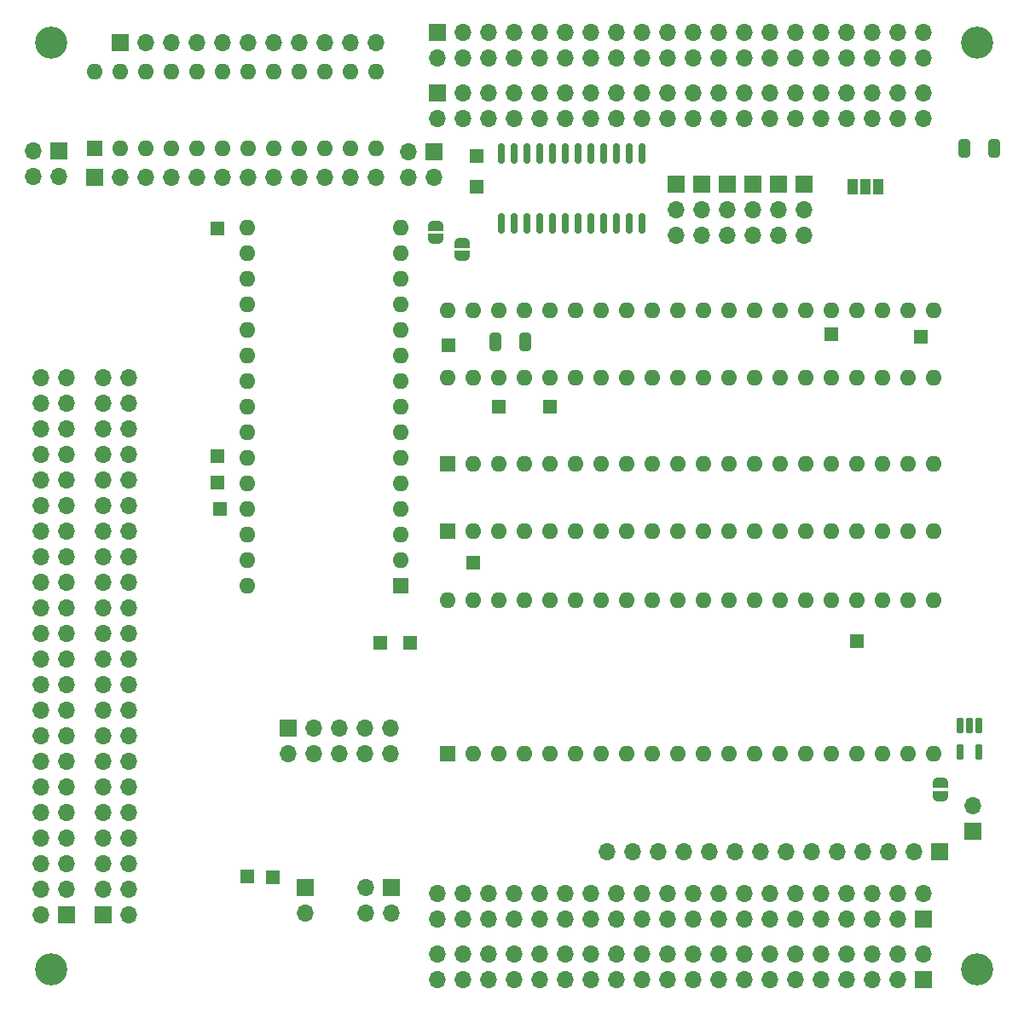
<source format=gbr>
%TF.GenerationSoftware,KiCad,Pcbnew,8.0.5-8.0.5-0~ubuntu22.04.1*%
%TF.CreationDate,2024-10-05T20:14:47+02:00*%
%TF.ProjectId,MP_Board,4d505f42-6f61-4726-942e-6b696361645f,rev?*%
%TF.SameCoordinates,Original*%
%TF.FileFunction,Soldermask,Top*%
%TF.FilePolarity,Negative*%
%FSLAX46Y46*%
G04 Gerber Fmt 4.6, Leading zero omitted, Abs format (unit mm)*
G04 Created by KiCad (PCBNEW 8.0.5-8.0.5-0~ubuntu22.04.1) date 2024-10-05 20:14:47*
%MOMM*%
%LPD*%
G01*
G04 APERTURE LIST*
G04 Aperture macros list*
%AMRoundRect*
0 Rectangle with rounded corners*
0 $1 Rounding radius*
0 $2 $3 $4 $5 $6 $7 $8 $9 X,Y pos of 4 corners*
0 Add a 4 corners polygon primitive as box body*
4,1,4,$2,$3,$4,$5,$6,$7,$8,$9,$2,$3,0*
0 Add four circle primitives for the rounded corners*
1,1,$1+$1,$2,$3*
1,1,$1+$1,$4,$5*
1,1,$1+$1,$6,$7*
1,1,$1+$1,$8,$9*
0 Add four rect primitives between the rounded corners*
20,1,$1+$1,$2,$3,$4,$5,0*
20,1,$1+$1,$4,$5,$6,$7,0*
20,1,$1+$1,$6,$7,$8,$9,0*
20,1,$1+$1,$8,$9,$2,$3,0*%
%AMFreePoly0*
4,1,19,0.500000,-0.750000,0.000000,-0.750000,0.000000,-0.744911,-0.071157,-0.744911,-0.207708,-0.704816,-0.327430,-0.627875,-0.420627,-0.520320,-0.479746,-0.390866,-0.500000,-0.250000,-0.500000,0.250000,-0.479746,0.390866,-0.420627,0.520320,-0.327430,0.627875,-0.207708,0.704816,-0.071157,0.744911,0.000000,0.744911,0.000000,0.750000,0.500000,0.750000,0.500000,-0.750000,0.500000,-0.750000,
$1*%
%AMFreePoly1*
4,1,19,0.000000,0.744911,0.071157,0.744911,0.207708,0.704816,0.327430,0.627875,0.420627,0.520320,0.479746,0.390866,0.500000,0.250000,0.500000,-0.250000,0.479746,-0.390866,0.420627,-0.520320,0.327430,-0.627875,0.207708,-0.704816,0.071157,-0.744911,0.000000,-0.744911,0.000000,-0.750000,-0.500000,-0.750000,-0.500000,0.750000,0.000000,0.750000,0.000000,0.744911,0.000000,0.744911,
$1*%
G04 Aperture macros list end*
%ADD10R,1.700000X1.700000*%
%ADD11O,1.700000X1.700000*%
%ADD12R,1.600000X1.600000*%
%ADD13O,1.600000X1.600000*%
%ADD14R,1.350000X1.350000*%
%ADD15RoundRect,0.250000X-0.325000X-0.650000X0.325000X-0.650000X0.325000X0.650000X-0.325000X0.650000X0*%
%ADD16RoundRect,0.162500X-0.162500X0.617500X-0.162500X-0.617500X0.162500X-0.617500X0.162500X0.617500X0*%
%ADD17FreePoly0,270.000000*%
%ADD18FreePoly1,270.000000*%
%ADD19FreePoly0,90.000000*%
%ADD20FreePoly1,90.000000*%
%ADD21C,3.200000*%
%ADD22R,1.000000X1.500000*%
%ADD23RoundRect,0.150000X0.150000X-0.837500X0.150000X0.837500X-0.150000X0.837500X-0.150000X-0.837500X0*%
%ADD24RoundRect,0.250000X0.325000X0.650000X-0.325000X0.650000X-0.325000X-0.650000X0.325000X-0.650000X0*%
G04 APERTURE END LIST*
D10*
%TO.C,J27*%
X87757000Y-137922000D03*
D11*
X85217000Y-137922000D03*
X87757000Y-140462000D03*
X85217000Y-140462000D03*
%TD*%
D10*
%TO.C,J30*%
X54750000Y-64760000D03*
D11*
X52210000Y-64760000D03*
X54750000Y-67300000D03*
X52210000Y-67300000D03*
%TD*%
D12*
%TO.C,U7*%
X93370400Y-124612400D03*
D13*
X95910400Y-124612400D03*
X98450400Y-124612400D03*
X100990400Y-124612400D03*
X103530400Y-124612400D03*
X106070400Y-124612400D03*
X108610400Y-124612400D03*
X111150400Y-124612400D03*
X113690400Y-124612400D03*
X116230400Y-124612400D03*
X118770400Y-124612400D03*
X121310400Y-124612400D03*
X123850400Y-124612400D03*
X126390400Y-124612400D03*
X128930400Y-124612400D03*
X131470400Y-124612400D03*
X134010400Y-124612400D03*
X136550400Y-124612400D03*
X139090400Y-124612400D03*
X141630400Y-124612400D03*
X141630400Y-109372400D03*
X139090400Y-109372400D03*
X136550400Y-109372400D03*
X134010400Y-109372400D03*
X131470400Y-109372400D03*
X128930400Y-109372400D03*
X126390400Y-109372400D03*
X123850400Y-109372400D03*
X121310400Y-109372400D03*
X118770400Y-109372400D03*
X116230400Y-109372400D03*
X113690400Y-109372400D03*
X111150400Y-109372400D03*
X108610400Y-109372400D03*
X106070400Y-109372400D03*
X103530400Y-109372400D03*
X100990400Y-109372400D03*
X98450400Y-109372400D03*
X95910400Y-109372400D03*
X93370400Y-109372400D03*
%TD*%
D10*
%TO.C,JP5*%
X126238000Y-68072000D03*
D11*
X126238000Y-70612000D03*
X126238000Y-73152000D03*
%TD*%
D14*
%TO.C,J18*%
X73456800Y-136804400D03*
%TD*%
D10*
%TO.C,J36*%
X60850000Y-53950000D03*
D11*
X63390000Y-53950000D03*
X65930000Y-53950000D03*
X68470000Y-53950000D03*
X71010000Y-53950000D03*
X73550000Y-53950000D03*
X76090000Y-53950000D03*
X78630000Y-53950000D03*
X81170000Y-53950000D03*
X83710000Y-53950000D03*
X86250000Y-53950000D03*
%TD*%
D14*
%TO.C,J10*%
X98425000Y-90170000D03*
%TD*%
%TO.C,J23*%
X70750000Y-100275000D03*
%TD*%
D10*
%TO.C,J1*%
X92367000Y-53000000D03*
D11*
X92367000Y-55540000D03*
X94907000Y-53000000D03*
X94907000Y-55540000D03*
X97447000Y-53000000D03*
X97447000Y-55540000D03*
X99987000Y-53000000D03*
X99987000Y-55540000D03*
X102527000Y-53000000D03*
X102527000Y-55540000D03*
X105067000Y-53000000D03*
X105067000Y-55540000D03*
X107607000Y-53000000D03*
X107607000Y-55540000D03*
X110147000Y-53000000D03*
X110147000Y-55540000D03*
X112687000Y-53000000D03*
X112687000Y-55540000D03*
X115227000Y-53000000D03*
X115227000Y-55540000D03*
X117767000Y-53000000D03*
X117767000Y-55540000D03*
X120307000Y-53000000D03*
X120307000Y-55540000D03*
X122847000Y-53000000D03*
X122847000Y-55540000D03*
X125387000Y-53000000D03*
X125387000Y-55540000D03*
X127927000Y-53000000D03*
X127927000Y-55540000D03*
X130467000Y-53000000D03*
X130467000Y-55540000D03*
X133007000Y-53000000D03*
X133007000Y-55540000D03*
X135547000Y-53000000D03*
X135547000Y-55540000D03*
X138087000Y-53000000D03*
X138087000Y-55540000D03*
X140627000Y-53000000D03*
X140627000Y-55540000D03*
%TD*%
D10*
%TO.C,JP4*%
X123698000Y-68072000D03*
D11*
X123698000Y-70612000D03*
X123698000Y-73152000D03*
%TD*%
D14*
%TO.C,J13*%
X103505000Y-90170000D03*
%TD*%
%TO.C,J11*%
X95885000Y-105664000D03*
%TD*%
%TO.C,J20*%
X86725000Y-113550000D03*
%TD*%
D15*
%TO.C,C3*%
X144725000Y-64500000D03*
X147675000Y-64500000D03*
%TD*%
D16*
%TO.C,U5*%
X146172000Y-121760000D03*
X145222000Y-121760000D03*
X144272000Y-121760000D03*
X144272000Y-124460000D03*
X146172000Y-124460000D03*
%TD*%
D17*
%TO.C,JP8*%
X94850000Y-73875000D03*
D18*
X94850000Y-75175000D03*
%TD*%
D10*
%TO.C,J4*%
X140627000Y-141000000D03*
D11*
X140627000Y-138460000D03*
X138087000Y-141000000D03*
X138087000Y-138460000D03*
X135547000Y-141000000D03*
X135547000Y-138460000D03*
X133007000Y-141000000D03*
X133007000Y-138460000D03*
X130467000Y-141000000D03*
X130467000Y-138460000D03*
X127927000Y-141000000D03*
X127927000Y-138460000D03*
X125387000Y-141000000D03*
X125387000Y-138460000D03*
X122847000Y-141000000D03*
X122847000Y-138460000D03*
X120307000Y-141000000D03*
X120307000Y-138460000D03*
X117767000Y-141000000D03*
X117767000Y-138460000D03*
X115227000Y-141000000D03*
X115227000Y-138460000D03*
X112687000Y-141000000D03*
X112687000Y-138460000D03*
X110147000Y-141000000D03*
X110147000Y-138460000D03*
X107607000Y-141000000D03*
X107607000Y-138460000D03*
X105067000Y-141000000D03*
X105067000Y-138460000D03*
X102527000Y-141000000D03*
X102527000Y-138460000D03*
X99987000Y-141000000D03*
X99987000Y-138460000D03*
X97447000Y-141000000D03*
X97447000Y-138460000D03*
X94907000Y-141000000D03*
X94907000Y-138460000D03*
X92367000Y-141000000D03*
X92367000Y-138460000D03*
%TD*%
D10*
%TO.C,J31*%
X92040000Y-64850000D03*
D11*
X89500000Y-64850000D03*
X92040000Y-67390000D03*
X89500000Y-67390000D03*
%TD*%
D14*
%TO.C,J22*%
X70525000Y-72450000D03*
%TD*%
D19*
%TO.C,JP12*%
X142341600Y-128808000D03*
D20*
X142341600Y-127508000D03*
%TD*%
D10*
%TO.C,J29*%
X58360000Y-67325000D03*
D11*
X60900000Y-67325000D03*
X63440000Y-67325000D03*
X65980000Y-67325000D03*
X68520000Y-67325000D03*
X71060000Y-67325000D03*
X73600000Y-67325000D03*
X76140000Y-67325000D03*
X78680000Y-67325000D03*
X81220000Y-67325000D03*
X83760000Y-67325000D03*
X86300000Y-67325000D03*
%TD*%
D10*
%TO.C,JP1*%
X116078000Y-68072000D03*
D11*
X116078000Y-70612000D03*
X116078000Y-73152000D03*
%TD*%
D14*
%TO.C,J7*%
X96266000Y-65278000D03*
%TD*%
D10*
%TO.C,J19*%
X59182000Y-140614400D03*
D11*
X61722000Y-140614400D03*
X59182000Y-138074400D03*
X61722000Y-138074400D03*
X59182000Y-135534400D03*
X61722000Y-135534400D03*
X59182000Y-132994400D03*
X61722000Y-132994400D03*
X59182000Y-130454400D03*
X61722000Y-130454400D03*
X59182000Y-127914400D03*
X61722000Y-127914400D03*
X59182000Y-125374400D03*
X61722000Y-125374400D03*
X59182000Y-122834400D03*
X61722000Y-122834400D03*
X59182000Y-120294400D03*
X61722000Y-120294400D03*
X59182000Y-117754400D03*
X61722000Y-117754400D03*
X59182000Y-115214400D03*
X61722000Y-115214400D03*
X59182000Y-112674400D03*
X61722000Y-112674400D03*
X59182000Y-110134400D03*
X61722000Y-110134400D03*
X59182000Y-107594400D03*
X61722000Y-107594400D03*
X59182000Y-105054400D03*
X61722000Y-105054400D03*
X59182000Y-102514400D03*
X61722000Y-102514400D03*
X59182000Y-99974400D03*
X61722000Y-99974400D03*
X59182000Y-97434400D03*
X61722000Y-97434400D03*
X59182000Y-94894400D03*
X61722000Y-94894400D03*
X59182000Y-92354400D03*
X61722000Y-92354400D03*
X59182000Y-89814400D03*
X61722000Y-89814400D03*
X59182000Y-87274400D03*
X61722000Y-87274400D03*
%TD*%
D14*
%TO.C,J17*%
X75996800Y-136855200D03*
%TD*%
%TO.C,J12*%
X93472000Y-84074000D03*
%TD*%
D12*
%TO.C,U6*%
X93380000Y-102454000D03*
D13*
X95920000Y-102454000D03*
X98460000Y-102454000D03*
X101000000Y-102454000D03*
X103540000Y-102454000D03*
X106080000Y-102454000D03*
X108620000Y-102454000D03*
X111160000Y-102454000D03*
X113700000Y-102454000D03*
X116240000Y-102454000D03*
X118780000Y-102454000D03*
X121320000Y-102454000D03*
X123860000Y-102454000D03*
X126400000Y-102454000D03*
X128940000Y-102454000D03*
X131480000Y-102454000D03*
X134020000Y-102454000D03*
X136560000Y-102454000D03*
X139100000Y-102454000D03*
X141640000Y-102454000D03*
X141640000Y-87214000D03*
X139100000Y-87214000D03*
X136560000Y-87214000D03*
X134020000Y-87214000D03*
X131480000Y-87214000D03*
X128940000Y-87214000D03*
X126400000Y-87214000D03*
X123860000Y-87214000D03*
X121320000Y-87214000D03*
X118780000Y-87214000D03*
X116240000Y-87214000D03*
X113700000Y-87214000D03*
X111160000Y-87214000D03*
X108620000Y-87214000D03*
X106080000Y-87214000D03*
X103540000Y-87214000D03*
X101000000Y-87214000D03*
X98460000Y-87214000D03*
X95920000Y-87214000D03*
X93380000Y-87214000D03*
%TD*%
D10*
%TO.C,J26*%
X145517000Y-132314000D03*
D11*
X145517000Y-129774000D03*
%TD*%
D10*
%TO.C,J2*%
X140627000Y-147000000D03*
D11*
X140627000Y-144460000D03*
X138087000Y-147000000D03*
X138087000Y-144460000D03*
X135547000Y-147000000D03*
X135547000Y-144460000D03*
X133007000Y-147000000D03*
X133007000Y-144460000D03*
X130467000Y-147000000D03*
X130467000Y-144460000D03*
X127927000Y-147000000D03*
X127927000Y-144460000D03*
X125387000Y-147000000D03*
X125387000Y-144460000D03*
X122847000Y-147000000D03*
X122847000Y-144460000D03*
X120307000Y-147000000D03*
X120307000Y-144460000D03*
X117767000Y-147000000D03*
X117767000Y-144460000D03*
X115227000Y-147000000D03*
X115227000Y-144460000D03*
X112687000Y-147000000D03*
X112687000Y-144460000D03*
X110147000Y-147000000D03*
X110147000Y-144460000D03*
X107607000Y-147000000D03*
X107607000Y-144460000D03*
X105067000Y-147000000D03*
X105067000Y-144460000D03*
X102527000Y-147000000D03*
X102527000Y-144460000D03*
X99987000Y-147000000D03*
X99987000Y-144460000D03*
X97447000Y-147000000D03*
X97447000Y-144460000D03*
X94907000Y-147000000D03*
X94907000Y-144460000D03*
X92367000Y-147000000D03*
X92367000Y-144460000D03*
%TD*%
D10*
%TO.C,J14*%
X55540000Y-140627000D03*
D11*
X53000000Y-140627000D03*
X55540000Y-138087000D03*
X53000000Y-138087000D03*
X55540000Y-135547000D03*
X53000000Y-135547000D03*
X55540000Y-133007000D03*
X53000000Y-133007000D03*
X55540000Y-130467000D03*
X53000000Y-130467000D03*
X55540000Y-127927000D03*
X53000000Y-127927000D03*
X55540000Y-125387000D03*
X53000000Y-125387000D03*
X55540000Y-122847000D03*
X53000000Y-122847000D03*
X55540000Y-120307000D03*
X53000000Y-120307000D03*
X55540000Y-117767000D03*
X53000000Y-117767000D03*
X55540000Y-115227000D03*
X53000000Y-115227000D03*
X55540000Y-112687000D03*
X53000000Y-112687000D03*
X55540000Y-110147000D03*
X53000000Y-110147000D03*
X55540000Y-107607000D03*
X53000000Y-107607000D03*
X55540000Y-105067000D03*
X53000000Y-105067000D03*
X55540000Y-102527000D03*
X53000000Y-102527000D03*
X55540000Y-99987000D03*
X53000000Y-99987000D03*
X55540000Y-97447000D03*
X53000000Y-97447000D03*
X55540000Y-94907000D03*
X53000000Y-94907000D03*
X55540000Y-92367000D03*
X53000000Y-92367000D03*
X55540000Y-89827000D03*
X53000000Y-89827000D03*
X55540000Y-87287000D03*
X53000000Y-87287000D03*
%TD*%
D14*
%TO.C,J25*%
X70550000Y-97625000D03*
%TD*%
D10*
%TO.C,J16*%
X77580000Y-122085000D03*
D11*
X77580000Y-124625000D03*
X80120000Y-122085000D03*
X80120000Y-124625000D03*
X82660000Y-122085000D03*
X82660000Y-124625000D03*
X85200000Y-122085000D03*
X85200000Y-124625000D03*
X87740000Y-122085000D03*
X87740000Y-124625000D03*
%TD*%
D21*
%TO.C,H3*%
X146000000Y-54000000D03*
%TD*%
D14*
%TO.C,J6*%
X96266000Y-68326000D03*
%TD*%
D22*
%TO.C,JP10*%
X136174000Y-68326000D03*
X134874000Y-68326000D03*
X133574000Y-68326000D03*
%TD*%
D10*
%TO.C,J28*%
X79248000Y-137922000D03*
D11*
X79248000Y-140462000D03*
%TD*%
D10*
%TO.C,J5*%
X142240000Y-134366000D03*
D11*
X139700000Y-134366000D03*
X137160000Y-134366000D03*
X134620000Y-134366000D03*
X132080000Y-134366000D03*
X129540000Y-134366000D03*
X127000000Y-134366000D03*
X124460000Y-134366000D03*
X121920000Y-134366000D03*
X119380000Y-134366000D03*
X116840000Y-134366000D03*
X114300000Y-134366000D03*
X111760000Y-134366000D03*
X109220000Y-134366000D03*
%TD*%
D10*
%TO.C,JP6*%
X128778000Y-68072000D03*
D11*
X128778000Y-70612000D03*
X128778000Y-73152000D03*
%TD*%
D12*
%TO.C,J35*%
X58355000Y-64475000D03*
D13*
X60895000Y-64475000D03*
X63435000Y-64475000D03*
X65975000Y-64475000D03*
X68515000Y-64475000D03*
X71055000Y-64475000D03*
X73595000Y-64475000D03*
X76135000Y-64475000D03*
X78675000Y-64475000D03*
X81215000Y-64475000D03*
X83755000Y-64475000D03*
X86295000Y-64475000D03*
X86295000Y-56855000D03*
X83755000Y-56855000D03*
X81215000Y-56855000D03*
X78675000Y-56855000D03*
X76135000Y-56855000D03*
X73595000Y-56855000D03*
X71055000Y-56855000D03*
X68515000Y-56855000D03*
X65975000Y-56855000D03*
X63435000Y-56855000D03*
X60895000Y-56855000D03*
X58355000Y-56855000D03*
%TD*%
D12*
%TO.C,A1*%
X88725000Y-107950000D03*
D13*
X88725000Y-105410000D03*
X88725000Y-102870000D03*
X88725000Y-100330000D03*
X88725000Y-97790000D03*
X88725000Y-95250000D03*
X88725000Y-92710000D03*
X88725000Y-90170000D03*
X88725000Y-87630000D03*
X88725000Y-85090000D03*
X88725000Y-82550000D03*
X88725000Y-80010000D03*
X88725000Y-77470000D03*
X88725000Y-74930000D03*
X88725000Y-72390000D03*
X73485000Y-72390000D03*
X73485000Y-74930000D03*
X73485000Y-77470000D03*
X73485000Y-80010000D03*
X73485000Y-82550000D03*
X73485000Y-85090000D03*
X73485000Y-87630000D03*
X73485000Y-90170000D03*
X73485000Y-92710000D03*
X73485000Y-95250000D03*
X73485000Y-97790000D03*
X73485000Y-100330000D03*
X73485000Y-102870000D03*
X73485000Y-105410000D03*
X73485000Y-107950000D03*
%TD*%
D10*
%TO.C,J3*%
X92367000Y-59000000D03*
D11*
X92367000Y-61540000D03*
X94907000Y-59000000D03*
X94907000Y-61540000D03*
X97447000Y-59000000D03*
X97447000Y-61540000D03*
X99987000Y-59000000D03*
X99987000Y-61540000D03*
X102527000Y-59000000D03*
X102527000Y-61540000D03*
X105067000Y-59000000D03*
X105067000Y-61540000D03*
X107607000Y-59000000D03*
X107607000Y-61540000D03*
X110147000Y-59000000D03*
X110147000Y-61540000D03*
X112687000Y-59000000D03*
X112687000Y-61540000D03*
X115227000Y-59000000D03*
X115227000Y-61540000D03*
X117767000Y-59000000D03*
X117767000Y-61540000D03*
X120307000Y-59000000D03*
X120307000Y-61540000D03*
X122847000Y-59000000D03*
X122847000Y-61540000D03*
X125387000Y-59000000D03*
X125387000Y-61540000D03*
X127927000Y-59000000D03*
X127927000Y-61540000D03*
X130467000Y-59000000D03*
X130467000Y-61540000D03*
X133007000Y-59000000D03*
X133007000Y-61540000D03*
X135547000Y-59000000D03*
X135547000Y-61540000D03*
X138087000Y-59000000D03*
X138087000Y-61540000D03*
X140627000Y-59000000D03*
X140627000Y-61540000D03*
%TD*%
D14*
%TO.C,J21*%
X89675000Y-113600000D03*
%TD*%
D17*
%TO.C,JP9*%
X92200000Y-72150000D03*
D18*
X92200000Y-73450000D03*
%TD*%
D23*
%TO.C,U1*%
X98714717Y-71919580D03*
X99984717Y-71919580D03*
X101254717Y-71919580D03*
X102524717Y-71919580D03*
X103794717Y-71919580D03*
X105064717Y-71919580D03*
X106334717Y-71919580D03*
X107604717Y-71919580D03*
X108874717Y-71919580D03*
X110144717Y-71919580D03*
X111414717Y-71919580D03*
X112684717Y-71919580D03*
X112684717Y-64994580D03*
X111414717Y-64994580D03*
X110144717Y-64994580D03*
X108874717Y-64994580D03*
X107604717Y-64994580D03*
X106334717Y-64994580D03*
X105064717Y-64994580D03*
X103794717Y-64994580D03*
X102524717Y-64994580D03*
X101254717Y-64994580D03*
X99984717Y-64994580D03*
X98714717Y-64994580D03*
%TD*%
D21*
%TO.C,H1*%
X54000000Y-54000000D03*
%TD*%
D10*
%TO.C,JP3*%
X121158000Y-68072000D03*
D11*
X121158000Y-70612000D03*
X121158000Y-73152000D03*
%TD*%
D21*
%TO.C,H2*%
X54000000Y-146000000D03*
%TD*%
D10*
%TO.C,JP2*%
X118618000Y-68072000D03*
D11*
X118618000Y-70612000D03*
X118618000Y-73152000D03*
%TD*%
D24*
%TO.C,C6*%
X101092000Y-83693000D03*
X98142000Y-83693000D03*
%TD*%
D12*
%TO.C,U2*%
X93406000Y-95786000D03*
D13*
X95946000Y-95786000D03*
X98486000Y-95786000D03*
X101026000Y-95786000D03*
X103566000Y-95786000D03*
X106106000Y-95786000D03*
X108646000Y-95786000D03*
X111186000Y-95786000D03*
X113726000Y-95786000D03*
X116266000Y-95786000D03*
X118806000Y-95786000D03*
X121346000Y-95786000D03*
X123886000Y-95786000D03*
X126426000Y-95786000D03*
X128966000Y-95786000D03*
X131506000Y-95786000D03*
X134046000Y-95786000D03*
X136586000Y-95786000D03*
X139126000Y-95786000D03*
X141666000Y-95786000D03*
X141666000Y-80546000D03*
X139126000Y-80546000D03*
X136586000Y-80546000D03*
X134046000Y-80546000D03*
X131506000Y-80546000D03*
X128966000Y-80546000D03*
X126426000Y-80546000D03*
X123886000Y-80546000D03*
X121346000Y-80546000D03*
X118806000Y-80546000D03*
X116266000Y-80546000D03*
X113726000Y-80546000D03*
X111186000Y-80546000D03*
X108646000Y-80546000D03*
X106106000Y-80546000D03*
X103566000Y-80546000D03*
X101026000Y-80546000D03*
X98486000Y-80546000D03*
X95946000Y-80546000D03*
X93406000Y-80546000D03*
%TD*%
D14*
%TO.C,J24*%
X70525000Y-95000000D03*
%TD*%
D21*
%TO.C,H4*%
X146000000Y-146000000D03*
%TD*%
D14*
%TO.C,J15*%
X133985000Y-113411000D03*
%TD*%
%TO.C,J8*%
X131445000Y-82931000D03*
%TD*%
%TO.C,J9*%
X140370000Y-83150000D03*
%TD*%
M02*

</source>
